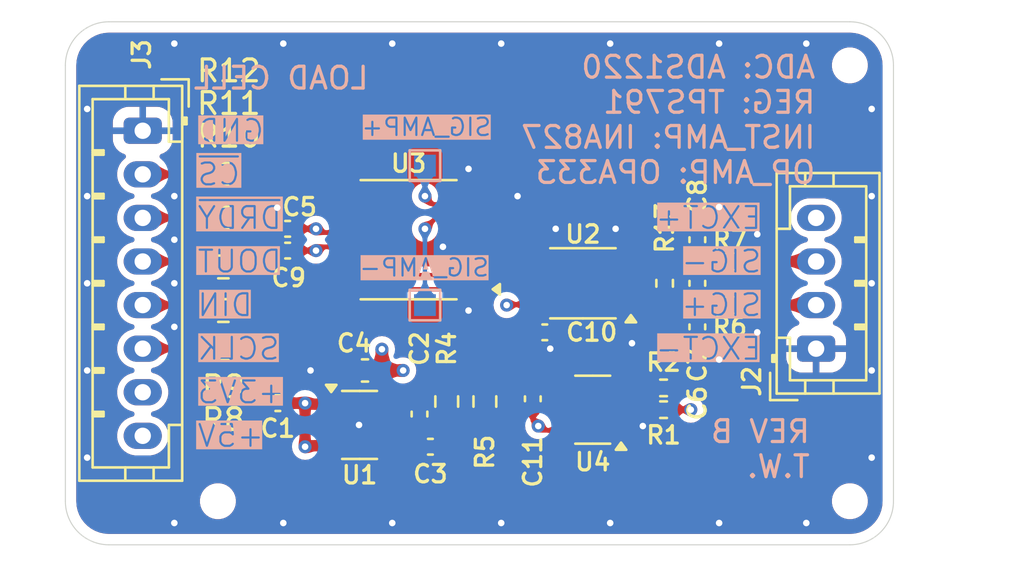
<source format=kicad_pcb>
(kicad_pcb (version 20240108) (generator "pcbnew") (generator_version "8.0")
  (layers (0 "F.Cu" signal) (1 "In1.Cu" signal) (2 "In2.Cu" signal) (31 "B.Cu" signal) (34 "B.Paste" user) (35 "F.Paste" user) (36 "B.SilkS" user "B.Silkscreen") (37 "F.SilkS" user "F.Silkscreen") (38 "B.Mask" user) (39 "F.Mask" user) (44 "Edge.Cuts" user))
  (net 0 "")
  (net 1 "+5V")
  (net 2 "GND")
  (net 3 "Net-(U1-FB)")
  (net 4 "+4V")
  (net 5 "Net-(U1-BP)")
  (net 6 "+3V3")
  (net 7 "/SIG_FLTR+")
  (net 8 "/SIG_FLTR-")
  (net 9 "/SIG-")
  (net 10 "/SIG+")
  (net 11 "Net-(J3-Pin_3)")
  (net 12 "Net-(J3-Pin_2)")
  (net 13 "Net-(J3-Pin_6)")
  (net 14 "Net-(J3-Pin_4)")
  (net 15 "Net-(J3-Pin_5)")
  (net 16 "Net-(U4-+)")
  (net 17 "/SCLK")
  (net 18 "/DIN")
  (net 19 "/DOUT")
  (net 20 "/~{DRDY}")
  (net 21 "Net-(R13-Pad2)")
  (net 22 "Net-(R13-Pad1)")
  (net 23 "/INA_REF")
  (net 24 "/SIG_AMP+")
  (net 29 "/~{CS}")
  (footprint "Resistor_SMD:R_0402_1005Metric" (layer "F.Cu") (at 137.45 87.8 180)
    (property "Reference" "R1" (at 0 -1.17 180) (layer "F.SilkS") (effects (font (size 0.8 0.8))))
    (property "Value" "10K")
    (fp_line (start -0.153641 0.38) (end 0.153641 0.38) (stroke (width 0.12)) (layer "F.SilkS"))
    (fp_line (start -0.153641 -0.38) (end 0.153641 -0.38) (stroke (width 0.12)) (layer "F.SilkS"))
    (pad "1" smd roundrect (at -0.51 0 180) (size 0.54 0.64) (layers "F.Cu" "F.Paste" "F.Mask") (net 4 "+4V"))
    (pad "2" smd roundrect (at 0.51 0 180) (size 0.54 0.64) (layers "F.Cu" "F.Paste" "F.Mask") (net 16 "Net-(U4-+)"))
  )
  (footprint "Capacitor_SMD:C_0402_1005Metric" (layer "F.Cu") (at 139 84 90)
    (property "Reference" "C6" (at -3.5 0 -90) (layer "F.SilkS") (effects (font (size 0.8 0.8))))
    (property "Value" "0.1uF")
    (fp_line (start -0.107836 -0.36) (end 0.107836 -0.36) (stroke (width 0.12)) (layer "F.SilkS"))
    (fp_line (start -0.107836 0.36) (end 0.107836 0.36) (stroke (width 0.12)) (layer "F.SilkS"))
    (pad "1" smd roundrect (at -0.48 0 90) (size 0.56 0.62) (layers "F.Cu" "F.Paste" "F.Mask") (net 2 "GND"))
    (pad "2" smd roundrect (at 0.48 0 90) (size 0.56 0.62) (layers "F.Cu" "F.Paste" "F.Mask") (net 7 "/SIG_FLTR+"))
  )
  (footprint "JLCPCB:SMD Tooling Hole" (layer "F.Cu") (at 146 72)
    (property "Reference" "H1" (hide yes))
    (property "Value" "MountingHole")
    (pad "" np_thru_hole circle (at 0 0) (size 1.152 1.152) (drill 1.152) (layers "F&B.Cu" "*.Mask"))
  )
  (footprint "Capacitor_SMD:C_0402_1005Metric" (layer "F.Cu") (at 120.2 79.5)
    (property "Reference" "C5" (at 0.55 -1 0) (layer "F.SilkS") (effects (font (size 0.8 0.8))))
    (property "Value" "0.1uF")
    (fp_line (start -0.107836 -0.36) (end 0.107836 -0.36) (stroke (width 0.12)) (layer "F.SilkS"))
    (fp_line (start -0.107836 0.36) (end 0.107836 0.36) (stroke (width 0.12)) (layer "F.SilkS"))
    (pad "1" smd roundrect (at -0.48 0) (size 0.56 0.62) (layers "F.Cu" "F.Paste" "F.Mask") (net 2 "GND"))
    (pad "2" smd roundrect (at 0.48 0) (size 0.56 0.62) (layers "F.Cu" "F.Paste" "F.Mask") (net 4 "+4V"))
  )
  (footprint "Package_SO:TSSOP-16_4.4x5mm_P0.65mm" (layer "F.Cu") (at 125.75 80 180)
    (property "Reference" "U3" (at 0 3.5 180) (layer "F.SilkS") (effects (font (size 0.8 0.8))))
    (property "Value" "ADS1220xPW")
    (fp_line (start 0 2.735) (end 2.2 2.735) (stroke (width 0.12)) (layer "F.SilkS"))
    (fp_line (start 0 2.735) (end -2.2 2.735) (stroke (width 0.12)) (layer "F.SilkS"))
    (fp_line (start 0 -2.735) (end 2.2 -2.735) (stroke (width 0.12)) (layer "F.SilkS"))
    (fp_line (start 0 -2.735) (end -2.2 -2.735) (stroke (width 0.12)) (layer "F.SilkS"))
    (fp_poly (pts (xy -3.86 -2.275) (xy -4.19 -2.515) (xy -4.19 -2.035) (xy -3.86 -2.275)) (stroke (width 0.12)) (fill solid) (layer "F.SilkS"))
    (pad "1" smd roundrect (at -2.8625 -2.275 180) (size 1.475 0.4) (layers "F.Cu" "F.Paste" "F.Mask") (net 17 "/SCLK"))
    (pad "2" smd roundrect (at -2.8625 -1.625 180) (size 1.475 0.4) (layers "F.Cu" "F.Paste" "F.Mask") (net 29 "/~{CS}"))
    (pad "3" smd roundrect (at -2.8625 -0.975 180) (size 1.475 0.4) (layers "F.Cu" "F.Paste" "F.Mask") (net 2 "GND"))
    (pad "4" smd roundrect (at -2.8625 -0.325 180) (size 1.475 0.4) (layers "F.Cu" "F.Paste" "F.Mask") (net 2 "GND"))
    (pad "5" smd roundrect (at -2.8625 0.325 180) (size 1.475 0.4) (layers "F.Cu" "F.Paste" "F.Mask") (net 2 "GND"))
    (pad "6" smd roundrect (at -2.8625 0.975 180) (size 1.475 0.4) (layers "F.Cu" "F.Paste" "F.Mask") (net 24 "/SIG_AMP+"))
    (pad "7" smd roundrect (at -2.8625 1.625 180) (size 1.475 0.4) (layers "F.Cu" "F.Paste" "F.Mask") (net 23 "/INA_REF"))
    (pad "8" smd roundrect (at -2.8625 2.275 180) (size 1.475 0.4) (layers "F.Cu" "F.Paste" "F.Mask"))
    (pad "9" smd roundrect (at 2.8625 2.275 180) (size 1.475 0.4) (layers "F.Cu" "F.Paste" "F.Mask"))
    (pad "10" smd roundrect (at 2.8625 1.625 180) (size 1.475 0.4) (layers "F.Cu" "F.Paste" "F.Mask"))
    (pad "11" smd roundrect (at 2.8625 0.975 180) (size 1.475 0.4) (layers "F.Cu" "F.Paste" "F.Mask"))
    (pad "12" smd roundrect (at 2.8625 0.325 180) (size 1.475 0.4) (layers "F.Cu" "F.Paste" "F.Mask") (net 4 "+4V"))
    (pad "13" smd roundrect (at 2.8625 -0.325 180) (size 1.475 0.4) (layers "F.Cu" "F.Paste" "F.Mask") (net 6 "+3V3"))
    (pad "14" smd roundrect (at 2.8625 -0.975 180) (size 1.475 0.4) (layers "F.Cu" "F.Paste" "F.Mask") (net 20 "/~{DRDY}"))
    (pad "15" smd roundrect (at 2.8625 -1.625 180) (size 1.475 0.4) (layers "F.Cu" "F.Paste" "F.Mask") (net 19 "/DOUT"))
    (pad "16" smd roundrect (at 2.8625 -2.275 180) (size 1.475 0.4) (layers "F.Cu" "F.Paste" "F.Mask") (net 18 "/DIN"))
  )
  (footprint "Capacitor_SMD:C_0402_1005Metric" (layer "F.Cu") (at 126.25 88 -90)
    (property "Reference" "C2" (at -3 0 90) (layer "F.SilkS") (effects (font (size 0.8 0.8))))
    (property "Value" "15pF")
    (fp_line (start -0.107836 0.36) (end 0.107836 0.36) (stroke (width 0.12)) (layer "F.SilkS"))
    (fp_line (start -0.107836 -0.36) (end 0.107836 -0.36) (stroke (width 0.12)) (layer "F.SilkS"))
    (pad "1" smd roundrect (at -0.48 0 270) (size 0.56 0.62) (layers "F.Cu" "F.Paste" "F.Mask") (net 4 "+4V"))
    (pad "2" smd roundrect (at 0.48 0 270) (size 0.56 0.62) (layers "F.Cu" "F.Paste" "F.Mask") (net 3 "Net-(U1-FB)"))
  )
  (footprint "Capacitor_SMD:C_0402_1005Metric" (layer "F.Cu") (at 119.75 87.5 180)
    (property "Reference" "C1" (at 0 -1.16 180) (layer "F.SilkS") (effects (font (size 0.8 0.8))))
    (property "Value" "1uF")
    (fp_line (start -0.107836 0.36) (end 0.107836 0.36) (stroke (width 0.12)) (layer "F.SilkS"))
    (fp_line (start -0.107836 -0.36) (end 0.107836 -0.36) (stroke (width 0.12)) (layer "F.SilkS"))
    (pad "1" smd roundrect (at -0.48 0 180) (size 0.56 0.62) (layers "F.Cu" "F.Paste" "F.Mask") (net 1 "+5V"))
    (pad "2" smd roundrect (at 0.48 0 180) (size 0.56 0.62) (layers "F.Cu" "F.Paste" "F.Mask") (net 2 "GND"))
  )
  (footprint "Resistor_SMD:R_0603_1608Metric" (layer "F.Cu") (at 117.25 77 180)
    (property "Reference" "R12" (at -0.25 4.75 180) (layer "F.SilkS"))
    (property "Value" "47R")
    (fp_line (start -0.237258 0.5225) (end 0.237258 0.5225) (stroke (width 0.12)) (layer "F.SilkS"))
    (fp_line (start -0.237258 -0.5225) (end 0.237258 -0.5225) (stroke (width 0.12)) (layer "F.SilkS"))
    (pad "1" smd roundrect (at -0.825 0 180) (size 0.8 0.95) (layers "F.Cu" "F.Paste" "F.Mask") (net 29 "/~{CS}"))
    (pad "2" smd roundrect (at 0.825 0 180) (size 0.8 0.95) (layers "F.Cu" "F.Paste" "F.Mask") (net 12 "Net-(J3-Pin_2)"))
  )
  (footprint "Resistor_SMD:R_0402_1005Metric" (layer "F.Cu") (at 140.49 83)
    (property "Reference" "R6" (at 0 1 0) (layer "F.SilkS") (effects (font (size 0.8 0.8))))
    (property "Value" "68R")
    (fp_line (start -0.153641 -0.38) (end 0.153641 -0.38) (stroke (width 0.12)) (layer "F.SilkS"))
    (fp_line (start -0.153641 0.38) (end 0.153641 0.38) (stroke (width 0.12)) (layer "F.SilkS"))
    (pad "1" smd roundrect (at -0.51 0) (size 0.54 0.64) (layers "F.Cu" "F.Paste" "F.Mask") (net 7 "/SIG_FLTR+"))
    (pad "2" smd roundrect (at 0.51 0) (size 0.54 0.64) (layers "F.Cu" "F.Paste" "F.Mask") (net 10 "/SIG+"))
  )
  (footprint "Package_TO_SOT_SMD:SOT-23-5" (layer "F.Cu") (at 134.2 87.8 180)
    (property "Reference" "U4" (at 0 -2.4 180) (layer "F.SilkS") (effects (font (size 0.8 0.8))))
    (property "Value" "OPA333xxDBV")
    (fp_line (start 0 1.56) (end 0.8 1.56) (stroke (width 0.12)) (layer "F.SilkS"))
    (fp_line (start 0 1.56) (end -0.8 1.56) (stroke (width 0.12)) (layer "F.SilkS"))
    (fp_line (start 0 -1.56) (end 0.8 -1.56) (stroke (width 0.12)) (layer "F.SilkS"))
    (fp_line (start 0 -1.56) (end -0.8 -1.56) (stroke (width 0.12)) (layer "F.SilkS"))
    (fp_poly (pts (xy -1.3 -1.51) (xy -1.54 -1.84) (xy -1.06 -1.84) (xy -1.3 -1.51)) (stroke (width 0.12)) (fill solid) (layer "F.SilkS"))
    (pad "1" smd roundrect (at -1.1375 -0.95 180) (size 1.325 0.6) (layers "F.Cu" "F.Paste" "F.Mask") (net 23 "/INA_REF"))
    (pad "2" smd roundrect (at -1.1375 0 180) (size 1.325 0.6) (layers "F.Cu" "F.Paste" "F.Mask") (net 2 "GND"))
    (pad "3" smd roundrect (at -1.1375 0.95 180) (size 1.325 0.6) (layers "F.Cu" "F.Paste" "F.Mask") (net 16 "Net-(U4-+)"))
    (pad "4" smd roundrect (at 1.1375 0.95 180) (size 1.325 0.6) (layers "F.Cu" "F.Paste" "F.Mask") (net 23 "/INA_REF"))
    (pad "5" smd roundrect (at 1.1375 -0.95 180) (size 1.325 0.6) (layers "F.Cu" "F.Paste" "F.Mask") (net 4 "+4V"))
  )
  (footprint "Resistor_SMD:R_0603_1608Metric" (layer "F.Cu") (at 129.25 87.425 90)
    (property "Reference" "R5" (at -2.325 0 90) (layer "F.SilkS") (effects (font (size 0.8 0.8))))
    (property "Value" "30K")
    (fp_line (start -0.237258 -0.5225) (end 0.237258 -0.5225) (stroke (width 0.12)) (layer "F.SilkS"))
    (fp_line (start -0.237258 0.5225) (end 0.237258 0.5225) (stroke (width 0.12)) (layer "F.SilkS"))
    (pad "1" smd roundrect (at -0.825 0 90) (size 0.8 0.95) (layers "F.Cu" "F.Paste" "F.Mask") (net 3 "Net-(U1-FB)"))
    (pad "2" smd roundrect (at 0.825 0 90) (size 0.8 0.95) (layers "F.Cu" "F.Paste" "F.Mask") (net 2 "GND"))
  )
  (footprint "Resistor_SMD:R_0603_1608Metric" (layer "F.Cu") (at 117.25 79 180)
    (property "Reference" "R11" (at -0.25 5.25 180) (layer "F.SilkS"))
    (property "Value" "47R")
    (fp_line (start -0.237258 0.5225) (end 0.237258 0.5225) (stroke (width 0.12)) (layer "F.SilkS"))
    (fp_line (start -0.237258 -0.5225) (end 0.237258 -0.5225) (stroke (width 0.12)) (layer "F.SilkS"))
    (pad "1" smd roundrect (at -0.825 0 180) (size 0.8 0.95) (layers "F.Cu" "F.Paste" "F.Mask") (net 20 "/~{DRDY}"))
    (pad "2" smd roundrect (at 0.825 0 180) (size 0.8 0.95) (layers "F.Cu" "F.Paste" "F.Mask") (net 11 "Net-(J3-Pin_3)"))
  )
  (footprint "Resistor_SMD:R_0603_1608Metric" (layer "F.Cu") (at 127.5 87.425 -90)
    (property "Reference" "R4" (at -2.425 0 -90) (layer "F.SilkS") (effects (font (size 0.8 0.8))))
    (property "Value" "68K")
    (fp_line (start -0.237258 0.5225) (end 0.237258 0.5225) (stroke (width 0.12)) (layer "F.SilkS"))
    (fp_line (start -0.237258 -0.5225) (end 0.237258 -0.5225) (stroke (width 0.12)) (layer "F.SilkS"))
    (pad "1" smd roundrect (at -0.825 0 270) (size 0.8 0.95) (layers "F.Cu" "F.Paste" "F.Mask") (net 4 "+4V"))
    (pad "2" smd roundrect (at 0.825 0 270) (size 0.8 0.95) (layers "F.Cu" "F.Paste" "F.Mask") (net 3 "Net-(U1-FB)"))
  )
  (footprint "Capacitor_SMD:C_0603_1608Metric" (layer "F.Cu") (at 123.75 86 180)
    (property "Reference" "C4" (at 0.5 1.25 180) (layer "F.SilkS") (effects (font (size 0.8 0.8))))
    (property "Value" "10uF")
    (fp_line (start -0.14058 0.51) (end 0.14058 0.51) (stroke (width 0.12)) (layer "F.SilkS"))
    (fp_line (start -0.14058 -0.51) (end 0.14058 -0.51) (stroke (width 0.12)) (layer "F.SilkS"))
    (pad "1" smd roundrect (at -0.775 0 180) (size 0.9 0.95) (layers "F.Cu" "F.Paste" "F.Mask") (net 4 "+4V"))
    (pad "2" smd roundrect (at 0.775 0 180) (size 0.9 0.95) (layers "F.Cu" "F.Paste" "F.Mask") (net 2 "GND"))
  )
  (footprint "Resistor_SMD:R_0603_1608Metric" (layer "F.Cu") (at 117.25 81.25 180)
    (property "Reference" "R10" (at -0.25 6 180) (layer "F.SilkS"))
    (property "Value" "47R")
    (fp_line (start -0.237258 0.5225) (end 0.237258 0.5225) (stroke (width 0.12)) (layer "F.SilkS"))
    (fp_line (start -0.237258 -0.5225) (end 0.237258 -0.5225) (stroke (width 0.12)) (layer "F.SilkS"))
    (pad "1" smd roundrect (at -0.825 0 180) (size 0.8 0.95) (layers "F.Cu" "F.Paste" "F.Mask") (net 19 "/DOUT"))
    (pad "2" smd roundrect (at 0.825 0 180) (size 0.8 0.95) (layers "F.Cu" "F.Paste" "F.Mask") (net 14 "Net-(J3-Pin_4)"))
  )
  (footprint "Connector_JST:JST_PH_B4B-PH-K_1x04_P2.00mm_Vertical" (layer "F.Cu") (at 144.45 85 90)
    (property "Reference" "J2" (at -1.5 -2.95 -90) (layer "F.SilkS") (effects (font (size 0.8 0.8))))
    (property "Value" "LOAD CELL")
    (fp_line (start -1.11 -2.11) (end -2.36 -2.11) (stroke (width 0.12)) (layer "F.SilkS"))
    (fp_line (start -2.36 -2.11) (end -2.36 -0.86) (stroke (width 0.12)) (layer "F.SilkS"))
    (fp_line (start -0.3 -2.01) (end -0.6 -2.01) (stroke (width 0.12)) (layer "F.SilkS"))
    (fp_line (start -0.6 -2.01) (end -0.6 -1.81) (stroke (width 0.12)) (layer "F.SilkS"))
    (fp_line (start -0.3 -1.91) (end -0.6 -1.91) (stroke (width 0.12)) (layer "F.SilkS"))
    (fp_line (start 8.06 -1.81) (end -2.06 -1.81) (stroke (width 0.12)) (layer "F.SilkS"))
    (fp_line (start 0.5 -1.81) (end 0.5 -1.2) (stroke (width 0.12)) (layer "F.SilkS"))
    (fp_line (start -0.3 -1.81) (end -0.3 -2.01) (stroke (width 0.12)) (layer "F.SilkS"))
    (fp_line (start -2.06 -1.81) (end -2.06 2.91) (stroke (width 0.12)) (layer "F.SilkS"))
    (fp_line (start 7.45 -1.2) (end 5.5 -1.2) (stroke (width 0.12)) (layer "F.SilkS"))
    (fp_line (start 5.5 -1.2) (end 5.5 -1.81) (stroke (width 0.12)) (layer "F.SilkS"))
    (fp_line (start 0.5 -1.2) (end -1.45 -1.2) (stroke (width 0.12)) (layer "F.SilkS"))
    (fp_line (start -1.45 -1.2) (end -1.45 2.3) (stroke (width 0.12)) (layer "F.SilkS"))
    (fp_line (start 8.06 -0.5) (end 7.45 -0.5) (stroke (width 0.12)) (layer "F.SilkS"))
    (fp_line (start -2.06 -0.5) (end -1.45 -0.5) (stroke (width 0.12)) (layer "F.SilkS"))
    (fp_line (start 8.06 0.8) (end 7.45 0.8) (stroke (width 0.12)) (layer "F.SilkS"))
    (fp_line (start -2.06 0.8) (end -1.45 0.8) (stroke (width 0.12)) (layer "F.SilkS"))
    (fp_line (start 5.1 1.8) (end 5.1 2.3) (stroke (width 0.12)) (layer "F.SilkS"))
    (fp_line (start 4.9 1.8) (end 5.1 1.8) (stroke (width 0.12)) (layer "F.SilkS"))
    (fp_line (start 3.1 1.8) (end 3.1 2.3) (stroke (width 0.12)) (layer "F.SilkS"))
    (fp_line (start 2.9 1.8) (end 3.1 1.8) (stroke (width 0.12)) (layer "F.SilkS"))
    (fp_line (start 1.1 1.8) (end 1.1 2.3) (stroke (width 0.12)) (layer "F.SilkS"))
    (fp_line (start 0.9 1.8) (end 1.1 1.8) (stroke (width 0.12)) (layer "F.SilkS"))
    (fp_line (start 7.45 2.3) (end 7.45 -1.2) (stroke (width 0.12)) (layer "F.SilkS"))
    (fp_line (start 5 2.3) (end 5 1.8) (stroke (width 0.12)) (layer "F.SilkS"))
    (fp_line (start 4.9 2.3) (end 4.9 1.8) (stroke (width 0.12)) (layer "F.SilkS"))
    (fp_line (start 3 2.3) (end 3 1.8) (stroke (width 0.12)) (layer "F.SilkS"))
    (fp_line (start 2.9 2.3) (end 2.9 1.8) (stroke (width 0.12)) (layer "F.SilkS"))
    (fp_line (start 1 2.3) (end 1 1.8) (stroke (width 0.12)) (layer "F.SilkS"))
    (fp_line (start 0.9 2.3) (end 0.9 1.8) (stroke (width 0.12)) (layer "F.SilkS"))
    (fp_line (start -1.45 2.3) (end 7.45 2.3) (stroke (width 0.12)) (layer "F.SilkS"))
    (fp_line (start 8.06 2.91) (end 8.06 -1.81) (stroke (width 0.12)) (layer "F.SilkS"))
    (fp_line (start -2.06 2.91) (end 8.06 2.91) (stroke (width 0.12)) (layer "F.SilkS"))
    (pad "1" thru_hole roundrect (at 0 0 90) (size 1.2 1.75) (drill 0.75) (layers "*.Cu" "*.Mask") (roundrect_rratio 0.208333) (net 2 "GND"))
    (pad "2" thru_hole oval (at 2 0 90) (size 1.2 1.75) (drill 0.75) (layers "*.Cu" "*.Mask") (net 10 "/SIG+"))
    (pad "3" thru_hole oval (at 4 0 90) (size 1.2 1.75) (drill 0.75) (layers "*.Cu" "*.Mask") (net 9 "/SIG-"))
    (pad "4" thru_hole oval (at 6 0 90) (size 1.2 1.75) (drill 0.75) (layers "*.Cu" "*.Mask") (net 4 "+4V"))
  )
  (footprint "Package_TO_SOT_SMD:SOT-23-6" (layer "F.Cu") (at 123.5 88.5)
    (property "Reference" "U1" (at 0 2.3 0) (layer "F.SilkS") (effects (font (size 0.8 0.8))))
    (property "Value" "TPS79301-EP")
    (fp_line (start 0 -1.56) (end -0.8 -1.56) (stroke (width 0.12)) (layer "F.SilkS"))
    (fp_line (start 0 -1.56) (end 0.8 -1.56) (stroke (width 0.12)) (layer "F.SilkS"))
    (fp_line (start 0 1.56) (end -0.8 1.56) (stroke (width 0.12)) (layer "F.SilkS"))
    (fp_line (start 0 1.56) (end 0.8 1.56) (stroke (width 0.12)) (layer "F.SilkS"))
    (fp_poly (pts (xy -1.3 -1.51) (xy -1.54 -1.84) (xy -1.06 -1.84) (xy -1.3 -1.51)) (stroke (width 0.12)) (fill solid) (layer "F.SilkS"))
    (pad "1" smd roundrect (at -1.1375 -0.95) (size 1.325 0.6) (layers "F.Cu" "F.Paste" "F.Mask") (net 1 "+5V"))
    (pad "2" smd roundrect (at -1.1375 0) (size 1.325 0.6) (layers "F.Cu" "F.Paste" "F.Mask") (net 2 "GND"))
    (pad "3" smd roundrect (at -1.1375 0.95) (size 1.325 0.6) (layers "F.Cu" "F.Paste" "F.Mask") (net 1 "+5V"))
    (pad "4" smd roundrect (at 1.1375 0.95) (size 1.325 0.6) (layers "F.Cu" "F.Paste" "F.Mask") (net 5 "Net-(U1-BP)"))
    (pad "5" smd roundrect (at 1.1375 0) (size 1.325 0.6) (layers "F.Cu" "F.Paste" "F.Mask") (net 3 "Net-(U1-FB)"))
    (pad "6" smd roundrect (at 1.1375 -0.95) (size 1.325 0.6) (layers "F.Cu" "F.Paste" "F.Mask") (net 4 "+4V"))
  )
  (footprint "JLCPCB:SMD Tooling Hole" (layer "F.Cu") (at 146 92)
    (property "Reference" "H2" (hide yes))
    (property "Value" "MountingHole")
    (pad "" np_thru_hole circle (at 0 0) (size 1.152 1.152) (drill 1.152) (layers "F&B.Cu" "*.Mask"))
  )
  (footprint "Resistor_SMD:R_0402_1005Metric" (layer "F.Cu") (at 137.5 82 90)
    (property "Reference" "R13" (at 2.55 0 -90) (layer "F.SilkS") (effects (font (size 0.8 0.8))))
    (property "Value" "220R")
    (fp_line (start -0.153641 -0.38) (end 0.153641 -0.38) (stroke (width 0.12)) (layer "F.SilkS"))
    (fp_line (start -0.153641 0.38) (end 0.153641 0.38) (stroke (width 0.12)) (layer "F.SilkS"))
    (pad "1" smd roundrect (at -0.51 0 90) (size 0.54 0.64) (layers "F.Cu" "F.Paste" "F.Mask") (net 22 "Net-(R13-Pad1)"))
    (pad "2" smd roundrect (at 0.51 0 90) (size 0.54 0.64) (layers "F.Cu" "F.Paste" "F.Mask") (net 21 "Net-(R13-Pad2)"))
  )
  (footprint "Capacitor_SMD:C_0402_1005Metric" (layer "F.Cu") (at 139 80 90)
    (property "Reference" "C8" (at 2 0 -90) (layer "F.SilkS") (effects (font (size 0.8 0.8))))
    (property "Value" "0.1uF")
    (fp_line (start -0.107836 -0.36) (end 0.107836 -0.36) (stroke (width 0.12)) (layer "F.SilkS"))
    (fp_line (start -0.107836 0.36) (end 0.107836 0.36) (stroke (width 0.12)) (layer "F.SilkS"))
    (pad "1" smd roundrect (at -0.48 0 90) (size 0.56 0.62) (layers "F.Cu" "F.Paste" "F.Mask") (net 8 "/SIG_FLTR-"))
    (pad "2" smd roundrect (at 0.48 0 90) (size 0.56 0.62) (layers "F.Cu" "F.Paste" "F.Mask") (net 2 "GND"))
  )
  (footprint "Capacitor_SMD:C_0402_1005Metric" (layer "F.Cu") (at 139 82 90)
    (property "Reference" "C7" (at -3.75 0 -90) (layer "F.SilkS") (effects (font (size 0.8 0.8))))
    (property "Value" "1uF")
    (fp_line (start -0.107836 -0.36) (end 0.107836 -0.36) (stroke (width 0.12)) (layer "F.SilkS"))
    (fp_line (start -0.107836 0.36) (end 0.107836 0.36) (stroke (width 0.12)) (layer "F.SilkS"))
    (pad "1" smd roundrect (at -0.48 0 90) (size 0.56 0.62) (layers "F.Cu" "F.Paste" "F.Mask") (net 7 "/SIG_FLTR+"))
    (pad "2" smd roundrect (at 0.48 0 90) (size 0.56 0.62) (layers "F.Cu" "F.Paste" "F.Mask") (net 8 "/SIG_FLTR-"))
  )
  (footprint "Capacitor_SMD:C_0402_1005Metric" (layer "F.Cu") (at 126.75 89.5)
    (property "Reference" "C3" (at 0 1.25 0) (layer "F.SilkS") (effects (font (size 0.8 0.8))))
    (property "Value" "10nF")
    (fp_line (start -0.107836 -0.36) (end 0.107836 -0.36) (stroke (width 0.12)) (layer "F.SilkS"))
    (fp_line (start -0.107836 0.36) (end 0.107836 0.36) (stroke (width 0.12)) (layer "F.SilkS"))
    (pad "1" smd roundrect (at -0.48 0) (size 0.56 0.62) (layers "F.Cu" "F.Paste" "F.Mask") (net 5 "Net-(U1-BP)"))
    (pad "2" smd roundrect (at 0.48 0) (size 0.56 0.62) (layers "F.Cu" "F.Paste" "F.Mask") (net 2 "GND"))
  )
  (footprint "Resistor_SMD:R_0402_1005Metric" (layer "F.Cu") (at 137.45 86.8)
    (property "Reference" "R2" (at 0 -1.17 0) (layer "F.SilkS") (effects (font (size 0.8 0.8))))
    (property "Value" "10K")
    (fp_line (start -0.153641 -0.38) (end 0.153641 -0.38) (stroke (width 0.12)) (layer "F.SilkS"))
    (fp_line (start -0.153641 0.38) (end 0.153641 0.38) (stroke (width 0.12)) (layer "F.SilkS"))
    (pad "1" smd roundrect (at -0.51 0) (size 0.54 0.64) (layers "F.Cu" "F.Paste" "F.Mask") (net 16 "Net-(U4-+)"))
    (pad "2" smd roundrect (at 0.51 0) (size 0.54 0.64) (layers "F.Cu" "F.Paste" "F.Mask") (net 2 "GND"))
  )
  (footprint "Capacitor_SMD:C_0402_1005Metric" (layer "F.Cu") (at 131.45 87.3 -90)
    (property "Reference" "C11" (at 2.9 0 90) (layer "F.SilkS") (effects (font (size 0.8 0.8))))
    (property "Value" "0.1uF")
    (fp_line (start -0.107836 0.36) (end 0.107836 0.36) (stroke (width 0.12)) (layer "F.SilkS"))
    (fp_line (start -0.107836 -0.36) (end 0.107836 -0.36) (stroke (width 0.12)) (layer "F.SilkS"))
    (pad "1" smd roundrect (at -0.48 0 270) (size 0.56 0.62) (layers "F.Cu" "F.Paste" "F.Mask") (net 2 "GND"))
    (pad "2" smd roundrect (at 0.48 0 270) (size 0.56 0.62) (layers "F.Cu" "F.Paste" "F.Mask") (net 4 "+4V"))
  )
  (footprint "Package_SO:Texas_S-PDSO-G8_3x3mm_P0.65mm" (layer "F.Cu") (at 133.75 82 180)
    (property "Reference" "U2" (at 0 2.25 180) (layer "F.SilkS") (effects (font (size 0.8 0.8))))
    (property "Value" "INA826")
    (fp_line (start 0 1.61) (end 1.5 1.61) (stroke (width 0.12)) (layer "F.SilkS"))
    (fp_line (start 0 1.61) (end -1.5 1.61) (stroke (width 0.12)) (layer "F.SilkS"))
    (fp_line (start 0 -1.61) (end 1.5 -1.61) (stroke (width 0.12)) (layer "F.SilkS"))
    (fp_line (start 0 -1.61) (end -1.5 -1.61) (stroke (width 0.12)) (layer "F.SilkS"))
    (fp_poly (pts (xy -2.2 -1.46) (xy -2.44 -1.79) (xy -1.96 -1.79) (xy -2.2 -1.46)) (stroke (width 0.12)) (fill solid) (layer "F.SilkS"))
    (pad "1" smd roundrect (at -2.2 -0.975 180) (size 1.45 0.45) (layers "F.Cu" "F.Paste" "F.Mask") (net 7 "/SIG_FLTR+"))
    (pad "2" smd roundrect (at -2.2 -0.325 180) (size 1.45 0.45) (layers "F.Cu" "F.Paste" "F.Mask") (net 22 "Net-(R13-Pad1)"))
    (pad "3" smd roundrect (at -2.2 0.325 180) (size 1.45 0.45) (layers "F.Cu" "F.Paste" "F.Mask") (net 21 "Net-(R13-Pad2)"))
    (pad "4" smd roundrect (at -2.2 0.975 180) (size 1.45 0.45) (layers "F.Cu" "F.Paste" "F.Mask") (net 8 "/SIG_FLTR-"))
    (pad "5" smd roundrect (at 2.2 0.975 180) (size 1.45 0.45) (layers "F.Cu" "F.Paste" "F.Mask") (net 2 "GND"))
    (pad "6" smd roundrect (at 2.2 0.325 180) (size 1.45 0.45) (layers "F.Cu" "F.Paste" "F.Mask") (net 23 "/INA_REF"))
    (pad "7" smd roundrect (at 2.2 -0.325 180) (size 1.45 0.45) (layers "F.Cu" "F.Paste" "F.Mask") (net 24 "/SIG_AMP+"))
    (pad "8" smd roundrect (at 2.2 -0.975 180) (size 1.45 0.45) (layers "F.Cu" "F.Paste" "F.Mask") (net 4 "+4V"))
  )
  (footprint "JLCPCB:SMD Tooling Hole" (layer "F.Cu") (at 117 92)
    (property "Reference" "H3" (hide yes))
    (property "Value" "MountingHole")
    (pad "" np_thru_hole circle (at 0 0) (size 1.152 1.152) (drill 1.152) (layers "F&B.Cu" "*.Mask"))
  )
  (footprint "Resistor_SMD:R_0402_1005Metric" (layer "F.Cu") (at 140.49 81 180)
    (property "Reference" "R7" (at -0.01 1 180) (layer "F.SilkS") (effects (font (size 0.8 0.8))))
    (property "Value" "68R")
    (fp_line (start -0.153641 0.38) (end 0.153641 0.38) (stroke (width 0.12)) (layer "F.SilkS"))
    (fp_line (start -0.153641 -0.38) (end 0.153641 -0.38) (stroke (width 0.12)) (layer "F.SilkS"))
    (pad "1" smd roundrect (at -0.51 0 180) (size 0.54 0.64) (layers "F.Cu" "F.Paste" "F.Mask") (net 9 "/SIG-"))
    (pad "2" smd roundrect (at 0.51 0 180) (size 0.54 0.64) (layers "F.Cu" "F.Paste" "F.Mask") (net 8 "/SIG_FLTR-"))
  )
  (footprint "Capacitor_SMD:C_0402_1005Metric" (layer "F.Cu") (at 120.2 80.5)
    (property "Reference" "C9" (at 0.05 1.25 0) (layer "F.SilkS") (effects (font (size 0.8 0.8))))
    (property "Value" "0.1uF")
    (fp_line (start -0.107836 -0.36) (end 0.107836 -0.36) (stroke (width 0.12)) (layer "F.SilkS"))
    (fp_line (start -0.107836 0.36) (end 0.107836 0.36) (stroke (width 0.12)) (layer "F.SilkS"))
    (pad "1" smd roundrect (at -0.48 0) (size 0.56 0.62) (layers "F.Cu" "F.Paste" "F.Mask") (net 2 "GND"))
    (pad "2" smd roundrect (at 0.48 0) (size 0.56 0.62) (layers "F.Cu" "F.Paste" "F.Mask") (net 6 "+3V3"))
  )
  (footprint "Resistor_SMD:R_0603_1608Metric" (layer "F.Cu") (at 117.25 83.25)
    (property "Reference" "R9" (at 0 3.5 0) (layer "F.SilkS"))
    (property "Value" "47R")
    (fp_line (start -0.237258 -0.5225) (end 0.237258 -0.5225) (stroke (width 0.12)) (layer "F.SilkS"))
    (fp_line (start -0.237258 0.5225) (end 0.237258 0.5225) (stroke (width 0.12)) (layer "F.SilkS"))
    (pad "1" smd roundrect (at -0.825 0) (size 0.8 0.95) (layers "F.Cu" "F.Paste" "F.Mask") (net 15 "Net-(J3-Pin_5)"))
    (pad "2" smd roundrect (at 0.825 0) (size 0.8 0.95) (layers "F.Cu" "F.Paste" "F.Mask") (net 18 "/DIN"))
  )
  (footprint "Resistor_SMD:R_0603_1608Metric" (layer "F.Cu") (at 117.25 85)
    (property "Reference" "R8" (at 0 3.25 0) (layer "F.SilkS"))
    (property "Value" "47R")
    (fp_line (start -0.237258 -0.5225) (end 0.237258 -0.5225) (stroke (width 0.12)) (layer "F.SilkS"))
    (fp_line (start -0.237258 0.5225) (end 0.237258 0.5225) (stroke (width 0.12)) (layer "F.SilkS"))
    (pad "1" smd roundrect (at -0.825 0) (size 0.8 0.95) (layers "F.Cu" "F.Paste" "F.Mask") (net 13 "Net-(J3-Pin_6)"))
    (pad "2" smd roundrect (at 0.825 0) (size 0.8 0.95) (layers "F.Cu" "F.Paste" "F.Mask") (net 17 "/SCLK"))
  )
  (footprint "Capacitor_SMD:C_0402_1005Metric" (layer "F.Cu") (at 132 84.25 180)
    (property "Reference" "C10" (at -2.15 0 180) (layer "F.SilkS") (effects (font (size 0.8 0.8))))
    (property "Value" "0.1uF")
    (fp_line (start -0.107836 0.36) (end 0.107836 0.36) (stroke (width 0.12)) (layer "F.SilkS"))
    (fp_line (start -0.107836 -0.36) (end 0.107836 -0.36) (stroke (width 0.12)) (layer "F.SilkS"))
    (pad "1" smd roundrect (at -0.48 0 180) (size 0.56 0.62) (layers "F.Cu" "F.Paste" "F.Mask") (net 2 "GND"))
    (pad "2" smd roundrect (at 0.48 0 180) (size 0.56 0.62) (layers "F.Cu" "F.Paste" "F.Mask") (net 4 "+4V"))
  )
  (footprint "Connector_JST:JST_PH_B8B-PH-K_1x08_P2.00mm_Vertical" (layer "F.Cu") (at 113.55 75 -90)
    (property "Reference" "J3" (at -3.5 0.05 -90) (layer "F.SilkS") (effects (font (size 0.8 0.8))))
    (property "Value" "Conn_01x08")
    (fp_line (start -2.06 2.91) (end 16.06 2.91) (stroke (width 0.12)) (layer "F.SilkS"))
    (fp_line (start 16.06 2.91) (end 16.06 -1.81) (stroke (width 0.12)) (layer "F.SilkS"))
    (fp_line (start -1.45 2.3) (end 15.45 2.3) (stroke (width 0.12)) (layer "F.SilkS"))
    (fp_line (start 0.9 2.3) (end 0.9 1.8) (stroke (width 0.12)) (layer "F.SilkS"))
    (fp_line (start 1 2.3) (end 1 1.8) (stroke (width 0.12)) (layer "F.SilkS"))
    (fp_line (start 2.9 2.3) (end 2.9 1.8) (stroke (width 0.12)) (layer "F.SilkS"))
    (fp_line (start 3 2.3) (end 3 1.8) (stroke (width 0.12)) (layer "F.SilkS"))
    (fp_line (start 4.9 2.3) (end 4.9 1.8) (stroke (width 0.12)) (layer "F.SilkS"))
    (fp_line (start 5 2.3) (end 5 1.8) (stroke (width 0.12)) (layer "F.SilkS"))
    (fp_line (start 6.9 2.3) (end 6.9 1.8) (stroke (width 0.12)) (layer "F.SilkS"))
    (fp_line (start 7 2.3) (end 7 1.8) (stroke (width 0.12)) (layer "F.SilkS"))
    (fp_line (start 8.9 2.3) (end 8.9 1.8) (stroke (width 0.12)) (layer "F.SilkS"))
    (fp_line (start 9 2.3) (end 9 1.8) (stroke (width 0.12)) (layer "F.SilkS"))
    (fp_line (start 10.9 2.3) (end 10.9 1.8) (stroke (width 0.12)) (layer "F.SilkS"))
    (fp_line (start 11 2.3) (end 11 1.8) (stroke (width 0.12)) (layer "F.SilkS"))
    (fp_line (start 12.9 2.3) (end 12.9 1.8) (stroke (width 0.12)) (layer "F.SilkS"))
    (fp_line (start 13 2.3) (end 13 1.8) (stroke (width 0.12)) (layer "F.SilkS"))
    (fp_line (start 15.45 2.3) (end 15.45 -1.2) (stroke (width 0.12)) (layer "F.SilkS"))
    (fp_line (start 0.9 1.8) (end 1.1 1.8) (stroke (width 0.12)) (layer "F.SilkS"))
    (fp_line (start 1.1 1.8) (end 1.1 2.3) (stroke (width 0.12)) (layer "F.SilkS"))
    (fp_line (start 2.9 1.8) (end 3.1 1.8) (stroke (width 0.12)) (layer "F.SilkS"))
    (fp_line (start 3.1 1.8) (end 3.1 2.3) (stroke (width 0.12)) (layer "F.SilkS"))
    (fp_line (start 4.9 1.8) (end 5.1 1.8) (stroke (width 0.12)) (layer "F.SilkS"))
    (fp_line (start 5.1 1.8) (end 5.1 2.3) (stroke (width 0.12)) (layer "F.SilkS"))
    (fp_line (start 6.9 1.8) (end 7.1 1.8) (stroke (width 0.12)) (layer "F.SilkS"))
    (fp_line (start 7.1 1.8) (end 7.1 2.3) (stroke (width 0.12)) (layer "F.SilkS"))
    (fp_line (start 8.9 1.8) (end 9.1 1.8) (stroke (width 0.12)) (layer "F.SilkS"))
    (fp_line (start 9.1 1.8) (end 9.1 2.3) (stroke (width 0.12)) (layer "F.SilkS"))
    (fp_line (start 10.9 1.8) (end 11.1 1.8) (stroke (width 0.12)) (layer "F.SilkS"))
    (fp_line (start 11.1 1.8) (end 11.1 2.3) (stroke (width 0.12)) (layer "F.SilkS"))
    (fp_line (start 12.9 1.8) (end 13.1 1.8) (stroke (width 0.12)) (layer "F.SilkS"))
    (fp_line (start 13.1 1.8) (end 13.1 2.3) (stroke (width 0.12)) (layer "F.SilkS"))
    (fp_line (start -2.06 0.8) (end -1.45 0.8) (stroke (width 0.12)) (layer "F.SilkS"))
    (fp_line (start 16.06 0.8) (end 15.45 0.8) (stroke (width 0.12)) (layer "F.SilkS"))
    (fp_line (start -2.06 -0.5) (end -1.45 -0.5) (stroke (width 0.12)) (layer "F.SilkS"))
    (fp_line (start 16.06 -0.5) (end 15.45 -0.5) (stroke (width 0.12)) (layer "F.SilkS"))
    (fp_line (start -1.45 -1.2) (end -1.45 2.3) (stroke (width 0.12)) (layer "F.SilkS"))
    (fp_line (start 0.5 -1.2) (end -1.45 -1.2) (stroke (width 0.12)) (layer "F.SilkS"))
    (fp_line (start 13.5 -1.2) (end 13.5 -1.81) (stroke (width 0.12)) (layer "F.SilkS"))
    (fp_line (start 15.45 -1.2) (end 13.5 -1.2) (stroke (width 0.12)) (layer "F.SilkS"))
    (fp_line (start -2.06 -1.81) (end -2.06 2.91) (stroke (width 0.12)) (layer "F.SilkS"))
    (fp_line (start -0.3 -1.81) (end -0.3 -2.01) (stroke (width 0.12)) (layer "F.SilkS"))
    (fp_line (start 0.5 -1.81) (end 0.5 -1.2) (stroke (width 0.12)) (layer "F.SilkS"))
    (fp_line (start 16.06 -1.81) (end -2.06 -1.81) (stroke (width 0.12)) (layer "F.SilkS"))
    (fp_line (start -0.3 -1.91) (end -0.6 -1.91) (stroke (width 0.12)) (layer "F.SilkS"))
    (fp_line (start -0.6 -2.01) (end -0.6 -1.81) (stroke (width 0.12)) (layer "F.SilkS"))
    (fp_line (start -0.3 -2.01) (end -0.6 -2.01) (stroke (width 0.12)) (layer "F.SilkS"))
    (fp_line (start -2.36 -2.11) (end -2.36 -0.86) (stroke (width 0.12)) (layer "F.SilkS"))
    (fp_line (start -1.11 -2.11) (end -2.36 -2.11) (stroke (width 0.12)) (layer "F.SilkS"))
    (pad "1" thru_hole roundrect (at 0 0 270) (size 1.2 1.75) (drill 0.75) (layers "*.Cu" "*.Mask") (roundrect_rratio 0.208333) (net 2 "GND"))
    (pad "2" thru_hole oval (at 2 0 270) (size 1.2 1.75) (drill 0.75) (layers "*.Cu" "*.Mask") (net 12 "Net-(J3-Pin_2)"))
    (pad "3" thru_hole oval (at 4 0 270) (size 1.2 1.75) (drill 0.75) (layers "*.Cu" "*.Mask") (net 11 "Net-(J3-Pin_3)"))
    (pad "4" thru_hole oval (at 6 0 270) (size 1.2 1.75) (drill 0.75) (layers "*.Cu" "*.Mask") (net 14 "Net-(J3-Pin_4)"))
    (pad "5" thru_hole oval (at 8 0 270) (size 1.2 1.75) (drill 0.75) (layers "*.Cu" "*.Mask") (net 15 "Net-(J3-Pin_5)"))
    (pad "6" thru_hole oval (at 10 0 270) (size 1.2 1.75) (drill 0.75) (layers "*.Cu" "*.Mask") (net 13 "Net-(J3-Pin_6)"))
    (pad "7" thru_hole oval (at 12 0 270) (size 1.2 1.75) (drill 0.75) (layers "*.Cu" "*.Mask") (net 6 "+3V3"))
    (pad "8" thru_hole oval (at 14 0 270) (size 1.2 1.75) (drill 0.75) (layers "*.Cu" "*.Mask") (net 1 "+5V"))
  )
  (footprint "TestPoint:TestPoint_Pad_1.0x1.0mm" (layer "B.Cu") (at 126.5 83 180)
    (property "Reference" "TP1" (hide yes))
    (property "Value" "TestPoint")
    (fp_line (start 0.7 0.7) (end -0.7 0.7) (stroke (width 0.12)) (layer "B.SilkS"))
    (fp_line (start 0.7 -0.7) (end 0.7 0.7) (stroke (width 0.12)) (layer "B.SilkS"))
    (fp_line (start -0.7 0.7) (end -0.7 -0.7) (stroke (width 0.12)) (layer "B.SilkS"))
    (fp_line (start -0.7 -0.7) (end 0.7 -0.7) (stroke (width 0.12)) (layer "B.SilkS"))
    (pad "1" smd rect (at 0 0 180) (size 1 1) (layers "B.Cu" "B.Mask") (net 24 "/SIG_AMP+"))
  )
  (footprint "TestPoint:TestPoint_Pad_1.0x1.0mm" (layer "B.Cu") (at 126.5 76.6 180)
    (property "Reference" "TP2" (hide yes))
    (property "Value" "TestPoint")
    (fp_line (start 0.7 0.7) (end -0.7 0.7) (stroke (width 0.12)) (layer "B.SilkS"))
    (fp_line (start 0.7 -0.7) (end 0.7 0.7) (stroke (width 0.12)) (layer "B.SilkS"))
    (fp_line (start -0.7 0.7) (end -0.7 -0.7) (stroke (width 0.12)) (layer "B.SilkS"))
    (fp_line (start -0.7 -0.7) (end 0.7 -0.7) (stroke (width 0.12)) (layer "B.SilkS"))
    (pad "1" smd rect (at 0 0 180) (size 1 1) (layers "B.Cu" "B.Mask") (net 23 "/INA_REF"))
  )
  (gr_line (start 148 92) (end 148 72) (stroke (width 0.05)) (layer "Edge.Cuts"))
  (gr_line (start 112 94) (end 146 94) (stroke (width 0.05)) (layer "Edge.Cuts"))
  (gr_arc (start 112 94) (mid 110.585786 93.414214) (end 110 92) (stroke (width 0.05)) (layer "Edge.Cuts"))
  (gr_arc (start 148 92) (mid 147.414214 93.414214) (end 146 94) (stroke (width 0.05)) (layer "Edge.Cuts"))
  (gr_arc (start 146 70) (mid 147.414214 70.585786) (end 148 72) (stroke (width 0.05)) (layer "Edge.Cuts"))
  (gr_line (start 112 70) (end 146 70) (stroke (width 0.05)) (layer "Edge.Cuts"))
  (gr_arc (start 110 72) (mid 110.585786 70.585786) (end 112 70) (stroke (width 0.05)) (layer "Edge.Cuts"))
  (gr_line (start 110 72) (end 110 92) (stroke (width 0.05)) (layer "Edge.Cuts"))
  (gr_text "DOUT" (at 116 81 0) (layer "B.SilkS" knockout) (effects (font (size 1 1) (thickness 0.1)) (justify right mirror)))
  (gr_text "SIG+" (at 142 83 0) (layer "B.SilkS" knockout) (effects (font (size 1 1) (thickness 0.1)) (justify left mirror)))
  (gr_text "~{CS}" (at 116 77 0) (layer "B.SilkS" knockout) (effects (font (size 1 1) (thickness 0.1)) (justify right mirror)))
  (gr_text "DIN" (at 116 83 0) (layer "B.SilkS" knockout) (effects (font (size 1 1) (thickness 0.1)) (justify right mirror)))
  (gr_text "SIG-" (at 142 81 0) (layer "B.SilkS" knockout) (effects (font (size 1 1) (thickness 0.1)) (justify left mirror)))
  (gr_text "SIG_AMP-" (at 129.5 81.75 0) (layer "B.SilkS" knockout) (effects (font (size 0.8 0.8) (thickness 0.1)) (justify left bottom mirror)))
  (gr_text "REV B\nT.W." (at 144.25 91 0) (layer "B.SilkS") (effects (font (size 1 1)) (justify left bottom mirror)))
  (gr_text "SCLK" (at 116 85 0) (layer "B.SilkS" knockout) (effects (font (size 1 1) (thickness 0.1)) (justify right mirror)))
  (gr_text "GND" (at 116 75 0) (layer "B.SilkS" knockout) (effects (font (size 1 1) (thickness 0.1)) (justify right mirror)))
  (gr_text "~{DRDY}" (at 116 79 0) (layer "B.SilkS" knockout) (effects (font (size 1 1) (thickness 0.1)) (justify right mirror)))
  (gr_text "LOAD CELL" (at 124 72 0) (layer "B.SilkS") (effects (font (size 1 1)) (justify left top mirror)))
  (gr_text "SIG_AMP+" (at 129.6 75.3 0) (layer "B.SilkS" knockout) (effects (font (size 0.8 0.8) (thickness 0.1)) (justify left bottom mirror)))
  (gr_text "ADC: ADS1220\nREG: TPS791\nINST_AMP: INA827\nOP_AMP: OPA333" (at 144.5 71.5 0) (layer "B.SilkS") (effects (font (size 1 1)) (justify left top mirror)))
  (gr_text "EXCT+" (at 142 79 0) (layer "B.SilkS" knockout) (effects (font (size 1 1) (thickness 0.1)) (justify left mirror)))
  (gr_text "+3V3" (at 116 87 0) (layer "B.SilkS" knockout) (effects (font (size 1 1) (thickness 0.1)) (justify right mirror)))
  (gr_text "+5V" (at 116 89 0) (layer "B.SilkS" knockout) (effects (font (size 1 1) (thickness 0.1)) (justify right mirror)))
  (gr_text "EXCT-" (at 142 85 0) (layer "B.SilkS" knockout) (effects (font (size 1 1) (thickness 0.1)) (justify left mirror)))
  (segment (start 121.05 87.55) (end 121 87.5) (width 0.5) (layer "F.Cu") (net 1))
  (segment (start 121.05 89.45) (end 121 89.5) (width 0.5) (layer "F.Cu") (net 1))
  (segment (start 121 87.5) (end 121 89.5) (width 0.5) (layer "F.Cu") (net 1))
  (segment (start 122.3625 89.45) (end 121.05 89.45) (width 0.5) (layer "F.Cu") (net 1))
  (segment (start 120.23 87.5) (end 121 87.5) (width 0.5) (layer "F.Cu") (net 1))
  (segment (start 122.3625 87.55) (end 121.05 87.55) (width 0.5) (layer "F.Cu") (net 1))
  (via (at 121 89.5) (size 0.6) (drill 0.3) (layers "F.Cu" "B.Cu") (net 1))
  (via (at 121 87.5) (size 0.6) (drill 0.3) (layers "F.Cu" "B.Cu") (net 1))
  (segment (start 122.3625 88.5) (end 123.475 88.5) (width 0.5) (layer "F.Cu") (net 2))
  (segment (start 132.48 84.77) (end 132.25 85) (width 0.2) (layer "F.Cu") (net 2))
  (segment (start 127.325 80.325) (end 128.6125 80.325) (width 0.2) (layer "F.Cu") (net 2))
  (segment (start 135.748065 87.8) (end 136.498809 88.550744) (width 0.2) (layer "F.Cu") (net 2))
  (segment (start 119.72 80.45) (end 119.77 80.5) (width 0.2) (layer "F.Cu") (net 2))
  (segment (start 128.6125 80.975) (end 128.6125 79.675) (width 0.2) (layer "F.Cu") (net 2))
  (segment (start 119.72 78.53) (end 119.72 80.45) (width 0.2) (layer "F.Cu") (net 2))
  (segment (start 135.3375 87.8) (end 135.748065 87.8) (width 0.2) (layer "F.Cu") (net 2))
  (segment (start 132.48 84.25) (end 132.48 84.77) (width 0.2) (layer "F.Cu") (net 2))
  (via (at 140 71) (size 0.6) (drill 0.3) (layers "F.Cu" "B.Cu") (net 2))
  (via (at 132.5 79.5) (size 0.6) (drill 0.3) (layers "F.Cu" "B.Cu") (net 2))
  (via (at 144 93) (size 0.6) (drill 0.3) (layers "F.Cu" "B.Cu") (net 2))
  (via (at 140 78.5) (size 0.6) (drill 0.3) (layers "F.Cu" "B.Cu") (net 2))
  (via (at 111 90) (size 0.6) (drill 0.3) (layers "F.Cu" "B.Cu") (net 2))
  (via (at 140 85.5) (size 0.6) (drill 0.3) (layers "F.Cu" "B.Cu") (net 2))
  (via (at 132.25 85) (size 0.6) (drill 0.3) (layers "F.Cu" "B.Cu") (net 2))
  (via (at 128.5 83.25) (size 0.6) (drill 0.3) (layers "F.Cu" "B.Cu") (net 2))
  (via (at 115 71) (size 0.6) (drill 0.3) (layers "F.Cu" "B.Cu") (net 2))
  (via (at 147 82) (size 0.6) (drill 0.3) (layers "F.Cu" "B.Cu") (net 2))
  (via (at 144 71) (size 0.6) (drill 0.3) (layers "F.Cu" "B.Cu") (net 2))
  (via (at 125 93) (size 0.6) (drill 0.3) (layers "F.Cu" "B.Cu") (net 2))
  (via (at 115 82) (size 0.6) (drill 0.3) (layers "F.Cu" "B.Cu") (net 2))
  (via (at 115 93) (size 0.6) (drill 0.3) (layers "F.Cu" "B.Cu") (net 2))
  (via (at 136 84.75) (size 0.6) (drill 0.3) (layers "F.Cu" "B.Cu") (net 2))
  (via (at 125 71) (size 0.6) (drill 0.3) (layers "F.Cu" "B.Cu") (net 2))
  (via (at 111 86) (size 0.6) (drill 0.3) (layers "F.Cu" "B.Cu") (net 2))
  (via (at 136.498809 88.550744) (size 0.6) (drill 0.3) (layers "F.Cu" "B.Cu") (net 2))
  (via (at 120 93) (size 0.6) (drill 0.3) (layers "F.Cu" "B.Cu") (net 2))
  (via (at 130.75 78) (size 0.6) (drill 0.3) (layers "F.Cu" "B.Cu") (net 2))
  (via (at 141.75 84.25) (size 0.6) (drill 0.3) (layers "F.Cu" "B.Cu") (net 2))
  (via (at 147 74) (size 0.6) (drill 0.3) (layers "F.Cu" "B.Cu") (net 2))
  (via (at 121.25 86) (size 0.6) (drill 0.3) (layers "F.Cu" "B.Cu") (net 2))
  (via (at 141.75 79.75) (size 0.6) (drill 0.3) (layers "F.Cu" "B.Cu") (net 2))
  (via (at 123.475 88.5) (size 0.6) (drill 0.3) (layers "F.Cu" "B.Cu") (net 2))
  (via (at 115 80) (size 0.6) (drill 0.3) (layers "F.Cu" "B.Cu") (net 2))
  (via (at 120 71) (size 0.6) (drill 0.3) (layers "F.Cu" "B.Cu") (net 2))
  (via (at 111 82) (size 0.6) (drill 0.3) (layers "F.Cu" "B.Cu") (net 2))
  (via (at 111 74) (size 0.6) (drill 0.3) (layers "F.Cu" "B.Cu") (net 2))
  (via (at 111 78) (size 0.6) (drill 0.3) (layers "F.Cu" "B.Cu") (net 2))
  (via (at 115 78) (size 0.6) (drill 0.3) (layers "F.Cu" "B.Cu") (net 2))
  (via (at 135.25 79.5) (size 0.6) (drill 0.3) (layers "F.Cu" "B.Cu") (net 2))
  (via (at 147 90) (size 0.6) (drill 0.3) (layers "F.Cu" "B.Cu") (net 2))
  (via (at 135 71) (size 0.6) (drill 0.3) (layers "F.Cu" "B.Cu") (net 2))
  (via (at 140 93) (size 0.6) (drill 0.3) (layers "F.Cu" "B.Cu") (net 2))
  (via (at 147 86) (size 0.6) (drill 0.3) (layers "F.Cu" "B.Cu") (net 2))
  (via (at 115 84) (size 0.6) (drill 0.3) (layers "F.Cu" "B.Cu") (net 2))
  (via (at 128.5 76.75) (size 0.6) (drill 0.3) (layers "F.Cu" "B.Cu") (net 2))
  (via (at 135 93) (size 0.6) (drill 0.3) (layers "F.Cu" "B.Cu") (net 2))
  (via (at 147 78) (size 0.6) (drill 0.3) (layers "F.Cu" "B.Cu") (net 2))
  (via (at 130 71) (size 0.6) (drill 0.3) (layers "F.Cu" "B.Cu") (net 2))
  (via (at 130 93) (size 0.6) (drill 0.3) (layers "F.Cu" "B.Cu") (net 2))
  (via (at 119.72 78.53) (size 0.6) (drill 0.3) (layers "F.Cu" "B.Cu") (net 2))
  (via (at 127.325 80.325) (size 0.6) (drill 0.3) (layers "F.Cu" "B.Cu") (net 2))
  (segment (start 126.23 88.5) (end 126.25 88.48) (width 0.2) (layer "F.Cu") (net 3))
  (segment (start 124.6375 88.5) (end 126.23 88.5) (width 0.2) (layer "F.Cu") (net 3))
  (segment (start 126.635 88.48) (end 126.865 88.25) (width 0.2) (layer "F.Cu") (net 3))
  (segment (start 127.5 88.25) (end 129.25 88.25) (width 0.2) (layer "F.Cu") (net 3))
  (segment (start 126.865 88.25) (end 127.5 88.25) (width 0.2) (layer "F.Cu") (net 3))
  (segment (start 126.25 88.48) (end 126.635 88.48) (width 0.2) (layer "F.Cu") (net 3))
  (segment (start 137.96 87.8) (end 138.7 87.8) (width 0.2) (layer "F.Cu") (net 4))
  (segment (start 124.525 85.025) (end 124.525 86) (width 0.5) (layer "F.Cu") (net 4))
  (segment (start 127.17 86.6) (end 127.5 86.6) (width 0.2) (layer "F.Cu") (net 4))
  (segment (start 124.6675 87.52) (end 124.6375 87.55) (width 0.2) (layer "F.Cu") (net 4))
  (segment (start 124.525 86) (end 125.5 86) (width 0.5) (layer "F.Cu") (net 4))
  (segment (start 120.73 79.5) (end 121.5 79.5) (width 0.2) (layer "F.Cu") (net 4))
  (segment (start 122.8875 79.675) (end 121.675 79.675) (width 0.2) (layer "F.Cu") (net 4))
  (segment (start 124.525 87.4375) (end 124.6375 87.55) (width 0.5) (layer "F.Cu") (net 4))
  (segment (start 126.25 87.52) (end 124.6675 87.52) (width 0.2) (layer "F.Cu") (net 4))
  (segment (start 131.45 88.3) (end 131.7 88.55) (width 0.2) (layer "F.Cu") (net 4))
  (segment (start 124.525 86) (end 124.525 87.4375) (width 0.5) (layer "F.Cu") (net 4))
  (segment (start 121.675 79.675) (end 121.5 79.5) (width 0.2) (layer "F.Cu") (net 4))
  (segment (start 131.55 84.22) (end 131.52 84.25) (width 0.2) (layer "F.Cu") (net 4))
  (segment (start 131.9 88.75) (end 131.7 88.55) (width 0.2) (layer "F.Cu") (net 4))
  (segment (start 126.25 87.52) (end 127.17 86.6) (width 0.2) (layer "F.Cu") (net 4))
  (segment (start 131.45 87.78) (end 131.45 88.3) (width 0.2) (layer "F.Cu") (net 4))
  (segment (start 130.275 82.975) (end 130.25 83) (width 0.2) (layer "F.Cu") (net 4))
  (segment (start 133.0625 88.75) (end 131.9 88.75) (width 0.2) (layer "F.Cu") (net 4))
  (segment (start 124.525 86) (end 124.525 86.25) (width 0.5) (layer "F.Cu") (net 4))
  (segment (start 131.55 82.975) (end 131.55 84.22) (width 0.2) (layer "F.Cu") (net 4))
  (segment (start 126.28 87.49) (end 126.25 87.52) (width 0.2) (layer "F.Cu") (net 4))
  (segment (start 131.55 82.975) (end 130.275 82.975) (width 0.2) (layer "F.Cu") (net 4))
  (via (at 124.525 85.025) (size 0.6) (drill 0.3) (layers "F.Cu" "B.Cu") (net 4))
  (via (at 125.5 86) (size 0.6) (drill 0.3) (layers "F.Cu" "B.Cu") (net 4))
  (via (at 138.7 87.8) (size 0.6) (drill 0.3) (layers "F.Cu" "B.Cu") (net 4))
  (via (at 130.25 83) (size 0.6) (drill 0.3) (layers "F.Cu" "B.Cu") (net 4))
  (via (at 131.7 88.55) (size 0.6) (drill 0.3) (layers "F.Cu" "B.Cu") (net 4))
  (via (at 121.5 79.5) (size 0.6) (drill 0.3) (layers "F.Cu" "B.Cu") (net 4))
  (segment (start 126.22 89.45) (end 126.27 89.5) (width 0.2) (layer "F.Cu") (net 5))
  (segment (start 124.6375 89.45) (end 126.22 89.45) (width 0.2) (layer "F.Cu") (net 5))
  (segment (start 120.73 80.5) (end 121.5 80.5) (width 0.2) (layer "F.Cu") (net 6))
  (segment (start 121.675 80.325) (end 121.5 80.5) (width 0.2) (layer "F.Cu") (net 6))
  (segment (start 122.8875 80.325) (end 121.675 80.325) (width 0.2) (layer "F.Cu") (net 6))
  (via (at 121.5 80.5) (size 0.6) (drill 0.3) (layers "F.Cu" "B.Cu") (net 6))
  (segment (start 138.78 82.48) (end 138.18 83.08) (width 0.2) (layer "F.Cu") (net 7))
  (segment (start 139 83.52) (end 139 82.48) (width 0.4) (layer "F.Cu") (net 7))
  (segment (start 138.18 83.08) (end 137.08 83.08) (width 0.2) (layer "F.Cu") (net 7))
  (segment (start 139.98 83) (end 139.52 83) (width 0.4) (layer "F.Cu") (net 7))
  (segment (start 137.08 83.08) (end 136.975 82.975) (width 0.2) (layer "F.Cu") (net 7))
  (segment (start 139.52 83) (end 139 83.52) (width 0.4) (layer "F.Cu") (net 7))
  (segment (start 139 82.48) (end 138.78 82.48) (width 0.2) (layer "F.Cu") (net 7))
  (segment (start 136.975 82.975) (end 135.95 82.975) (width 0.2) (layer "F.Cu") (net 7))
  (segment (start 138.12 80.92) (end 137.08 80.92) (width 0.2) (layer "F.Cu") (net 8))
  (segment (start 136.975 81.025) (end 135.95 81.025) (width 0.2) (layer "F.Cu") (net 8))
  (segment (start 139 81.52) (end 139 80.48) (width 0.4) (layer "F.Cu") (net 8))
  (segment (start 139.98 81) (end 139.52 81) (width 0.4) (layer "F.Cu") (net 8))
  (segment (start 139 81.52) (end 138.72 81.52) (width 0.2) (layer "F.Cu") (net 8))
  (segment (start 137.08 80.92) (end 136.975 81.025) (width 0.2) (layer "F.Cu") (net 8))
  (segment (start 138.72 81.52) (end 138.12 80.92) (width 0.2) (layer "F.Cu") (net 8))
  (segment (start 139.52 81) (end 139 80.48) (width 0.4) (layer "F.Cu") (net 8))
  (segment (start 141 81) (end 144.45 81) (width 0.4) (layer "F.Cu") (net 9))
  (segment (start 141 83) (end 144.45 83) (width 0.4) (layer "F.Cu") (net 10))
  (segment (start 116.49 79) (end 113.55 79) (width 0.2) (layer "F.Cu") (net 11))
  (segment (start 116.49 77) (end 113.55 77) (width 0.2) (layer "F.Cu") (net 12))
  (segment (start 116.49 85) (end 113.55 85) (width 0.2) (layer "F.Cu") (net 13))
  (segment (start 116.49 81) (end 113.55 81) (width 0.2) (layer "F.Cu") (net 14))
  (segment (start 116.49 83) (end 113.55 83) (width 0.2) (layer "F.Cu") (net 15))
  (segment (start 135.3875 86.8) (end 135.3375 86.85) (width 0.2) (layer "F.Cu") (net 16))
  (segment (start 136.94 87.8) (end 136.94 86.8) (width 0.2) (layer "F.Cu") (net 16))
  (segment (start 136.94 86.8) (end 135.3875 86.8) (width 0.2) (layer "F.Cu") (net 16))
  (segment (start 124.525 83) (end 120.075 83) (width 0.2) (layer "F.Cu") (net 17))
  (segment (start 125.25 82.275) (end 124.525 83) (width 0.2) (layer "F.Cu") (net 17))
  (segment (start 120.075 83) (end 118.075 85) (width 0.2) (layer "F.Cu") (net 17))
  (segment (start 127.8625 82.275) (end 125.25 82.275) (width 0.2) (layer "F.Cu") (net 17))
  (segment (start 122.8875 82.275) (end 119.05 82.275) (width 0.2) (layer "F.Cu") (net 18))
  (segment (start 119.05 82.275) (end 118.075 83.25) (width 0.2) (layer "F.Cu") (net 18))
  (segment (start 122.8875 81.625) (end 118.875 81.625) (width 0.2) (layer "F.Cu") (net 19))
  (segment (start 118.875 81.625) (end 118.5 81.25) (width 0.2) (layer "F.Cu") (net 19))
  (segment (start 118.5 81.25) (end 118.075 81.25) (width 0.2) (layer "F.Cu") (net 19))
  (segment (start 121.814136 81.2) (end 122.039136 80.975) (width 0.2) (layer "F.Cu") (net 20))
  (segment (start 122.039136 80.975) (end 122.8875 80.975) (width 0.2) (layer "F.Cu") (net 20))
  (segment (start 118.075 79.9) (end 119.375 81.2) (width 0.2) (layer "F.Cu") (net 20))
  (segment (start 118.075 79) (end 118.075 79.9) (width 0.2) (layer "F.Cu") (net 20))
  (segment (start 119.375 81.2) (end 121.814136 81.2) (width 0.2) (layer "F.Cu") (net 20))
  (segment (start 137.01 81.49) (end 136.825 81.675) (width 0.2) (layer "F.Cu") (net 21))
  (segment (start 137.5 81.49) (end 137.01 81.49) (width 0.2) (layer "F.Cu") (net 21))
  (segment (start 136.825 81.675) (end 135.95 81.675) (width 0.2) (layer "F.Cu") (net 21))
  (segment (start 136.8 82.325) (end 136.975 82.5) (width 0.2) (layer "F.Cu") (net 22))
  (segment (start 135.95 82.325) (end 136.8 82.325) (width 0.2) (layer "F.Cu") (net 22))
  (segment (start 137.49 82.5) (end 137.5 82.51) (width 0.2) (layer "F.Cu") (net 22))
  (segment (start 136.975 82.5) (end 137.49 82.5) (width 0.2) (layer "F.Cu") (net 22))
  (segment (start 131.55 81.675) (end 130.540686 81.675) (width 0.2) (layer "F.Cu") (net 23))
  (segment (start 135.3375 88.75) (end 134.4 88.75) (width 0.2) (layer "F.Cu") (net 23))
  (segment (start 134.4 88.75) (end 134.2 88.55) (width 0.2) (layer "F.Cu") (net 23))
  (segment (start 130.540686 81.675) (end 130.3 81.434314) (width 0.2) (layer "F.Cu") (net 23))
  (segment (start 126.875 78.375) (end 128.6125 78.375) (width 0.2) (layer "F.Cu") (net 23))
  (segment (start 134.2 87.05) (end 134 86.85) (width 0.2) (layer "F.Cu") (net 23))
  (segment (start 130.3 79.109314) (end 129.565686 78.375) (width 0.2) (layer "F.Cu") (net 23))
  (segment (start 134 86.85) (end 133.0625 86.85) (width 0.2) (layer "F.Cu") (net 23))
  (segment (start 130.3 81.434314) (end 130.3 79.109314) (width 0.2) (layer "F.Cu") (net 23))
  (segment (start 129.565686 78.375) (end 129.0125 78.375) (width 0.2) (layer "F.Cu") (net 23))
  (segment (start 133.0625 82.0625) (end 132.675 81.675) (width 0.2) (layer "F.Cu") (net 23))
  (segment (start 134.2 88.55) (end 134.2 87.05) (width 0.2) (layer "F.Cu") (net 23))
  (segment (start 132.675 81.675) (end 131.55 81.675) (width 0.2) (layer "F.Cu") (net 23))
  (segment (start 133.0625 86.85) (end 133.0625 82.0625) (width 0.2) (layer "F.Cu") (net 23))
  (segment (start 126.5 78) (end 126.875 78.375) (width 0.2) (layer "F.Cu") (net 23))
  (via (at 126.5 78) (size 0.6) (drill 0.3) (layers "F.Cu" "B.Cu") (net 23))
  (segment (start 126.5 78) (end 126.5 76.6) (width 0.2) (layer "B.Cu") (net 23))
  (segment (start 129.65 79.025) (end 129.0125 79.025) (width 0.2) (layer "F.Cu") (net 24))
  (segment (start 131.55 82.325) (end 130.625 82.325) (width 0.2) (layer "F.Cu") (net 24))
  (segment (start 130.625 82.325) (end 129.9 81.6) (width 0.2) (layer "F.Cu") (net 24))
  (segment (start 129.9 79.275) (end 129.65 79.025) (width 0.2) (layer "F.Cu") (net 24))
  (segment (start 126.975 79.025) (end 126.5 79.5) (width 0.2) (layer "F.Cu") (net 24))
  (segment (start 129.9 81.6) (end 129.9 79.275) (width 0.2) (layer "F.Cu") (net 24))
  (segment (start 128.6125 79.025) (end 126.975 79.025) (width 0.2) (layer "F.Cu") (net 24))
  (via (at 126.5 79.5) (size 0.6) (drill 0.3) (layers "F.Cu" "B.Cu") (net 24))
  (segment (start 126.5 79.5) (end 126.5 83) (width 0.2) (layer "B.Cu") (net 24))
  (segment (start 124 77) (end 124.5 77.5) (width 0.2) (layer "F.Cu") (net 29))
  (segment (start 125.375 81.625) (end 127.8625 81.625) (width 0.2) (layer "F.Cu") (net 29))
  (segment (start 124.5 77.5) (end 124.5 80.75) (width 0.2) (layer "F.Cu") (net 29))
  (segment (start 124.5 80.75) (end 125.375 81.625) (width 0.2) (layer "F.Cu") (net 29))
  (segment (start 118.075 77) (end 124 77) (width 0.2) (layer "F.Cu") (net 29))
  (zone (net 2) (net_name "GND") (layers "F&B.Cu") (priority 2) (connect_pads (clearance 0.3)) (min_thickness 0.25) (fill yes (thermal_gap 0.5) (thermal_bridge_width 0.3))
    (polygon (pts (xy 107 70) (xy 154 70) (xy 154 94) (xy 107 94)))
  )
)
</source>
